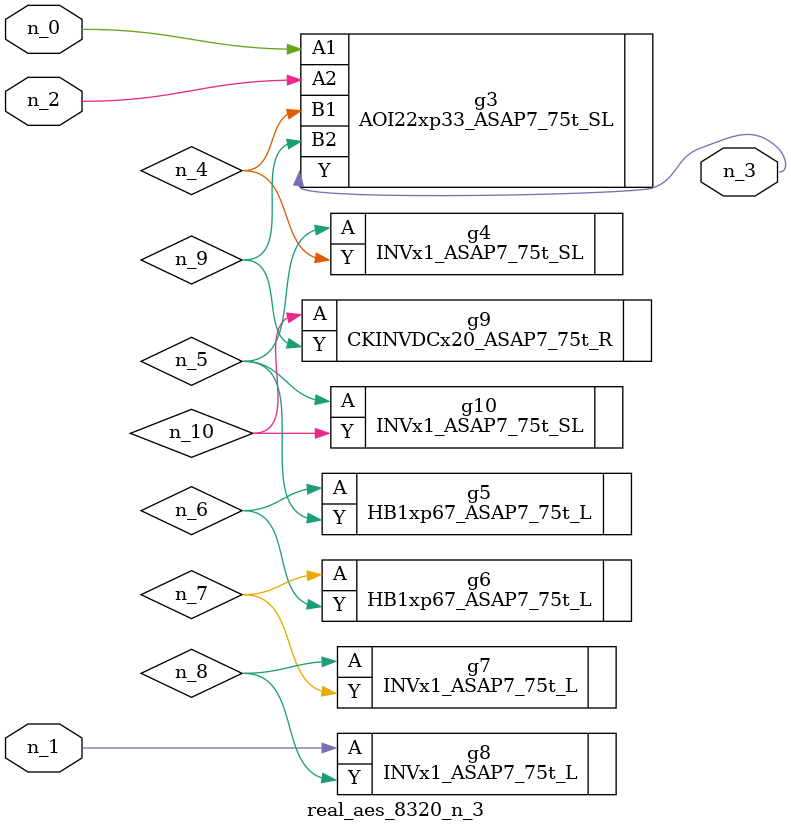
<source format=v>
module real_aes_8320_n_3 (n_0, n_2, n_1, n_3);
input n_0;
input n_2;
input n_1;
output n_3;
wire n_4;
wire n_5;
wire n_7;
wire n_9;
wire n_6;
wire n_8;
wire n_10;
AOI22xp33_ASAP7_75t_SL g3 ( .A1(n_0), .A2(n_2), .B1(n_4), .B2(n_9), .Y(n_3) );
INVx1_ASAP7_75t_L g8 ( .A(n_1), .Y(n_8) );
INVx1_ASAP7_75t_SL g4 ( .A(n_5), .Y(n_4) );
INVx1_ASAP7_75t_SL g10 ( .A(n_5), .Y(n_10) );
HB1xp67_ASAP7_75t_L g5 ( .A(n_6), .Y(n_5) );
HB1xp67_ASAP7_75t_L g6 ( .A(n_7), .Y(n_6) );
INVx1_ASAP7_75t_L g7 ( .A(n_8), .Y(n_7) );
CKINVDCx20_ASAP7_75t_R g9 ( .A(n_10), .Y(n_9) );
endmodule
</source>
